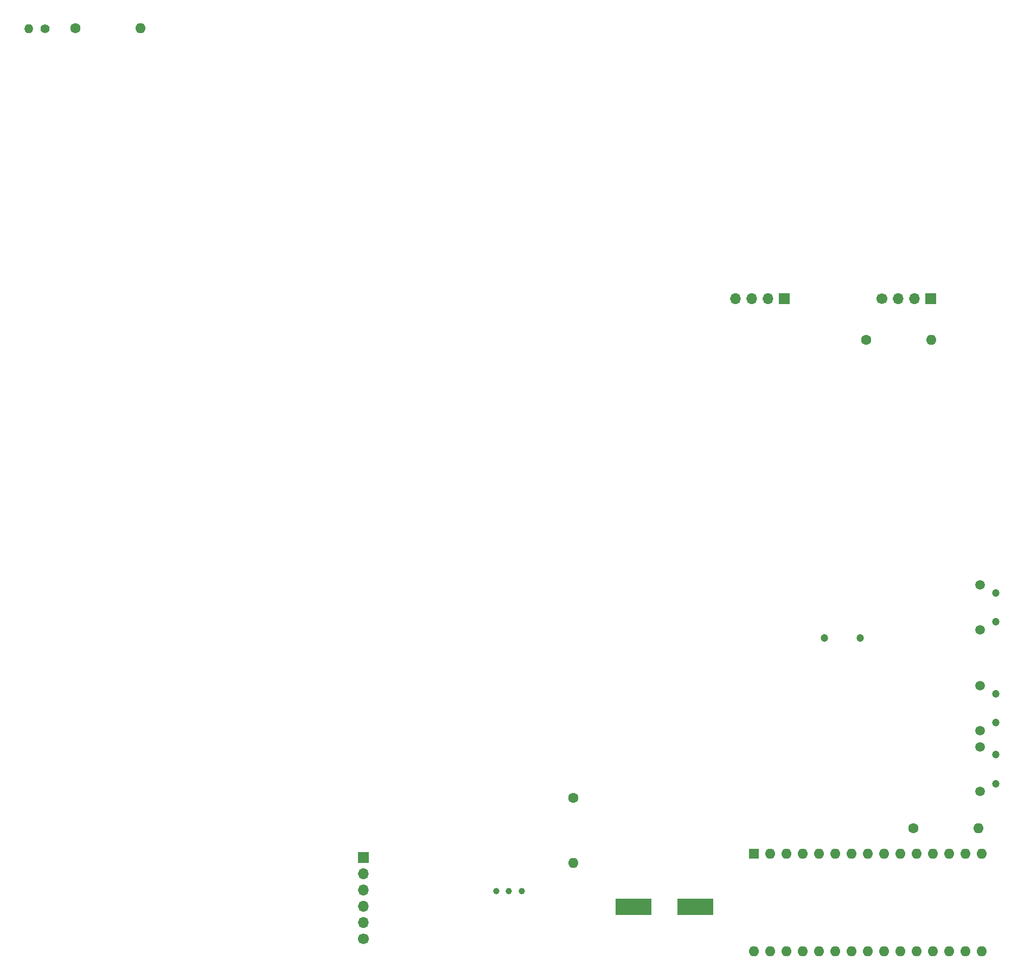
<source format=gbr>
%TF.GenerationSoftware,KiCad,Pcbnew,(5.1.10)-1*%
%TF.CreationDate,2021-09-15T07:53:10+09:00*%
%TF.ProjectId,hanClock,68616e43-6c6f-4636-9b2e-6b696361645f,rev?*%
%TF.SameCoordinates,Original*%
%TF.FileFunction,Soldermask,Bot*%
%TF.FilePolarity,Negative*%
%FSLAX46Y46*%
G04 Gerber Fmt 4.6, Leading zero omitted, Abs format (unit mm)*
G04 Created by KiCad (PCBNEW (5.1.10)-1) date 2021-09-15 07:53:10*
%MOMM*%
%LPD*%
G01*
G04 APERTURE LIST*
%ADD10O,1.600000X1.600000*%
%ADD11C,1.600000*%
%ADD12C,1.500000*%
%ADD13C,1.200000*%
%ADD14R,1.600000X1.600000*%
%ADD15R,5.700000X2.500000*%
%ADD16R,1.700000X1.700000*%
%ADD17O,1.700000X1.700000*%
%ADD18C,1.700000*%
%ADD19C,1.000000*%
%ADD20O,1.400000X1.400000*%
%ADD21C,1.400000*%
G04 APERTURE END LIST*
D10*
%TO.C,R14*%
X88300000Y-133860000D03*
D11*
X88300000Y-123700000D03*
%TD*%
D12*
%TO.C,SW3*%
X151750000Y-113250000D03*
X151750000Y-106250000D03*
D13*
X154250000Y-112000000D03*
X154250000Y-107500000D03*
%TD*%
D10*
%TO.C,A1*%
X152060000Y-147740000D03*
X152060000Y-132500000D03*
X116500000Y-147740000D03*
X149520000Y-132500000D03*
X119040000Y-147740000D03*
X146980000Y-132500000D03*
X121580000Y-147740000D03*
X144440000Y-132500000D03*
X124120000Y-147740000D03*
X141900000Y-132500000D03*
X126660000Y-147740000D03*
X139360000Y-132500000D03*
X129200000Y-147740000D03*
X136820000Y-132500000D03*
X131740000Y-147740000D03*
X134280000Y-132500000D03*
X134280000Y-147740000D03*
X131740000Y-132500000D03*
X136820000Y-147740000D03*
X129200000Y-132500000D03*
X139360000Y-147740000D03*
X126660000Y-132500000D03*
X141900000Y-147740000D03*
X124120000Y-132500000D03*
X144440000Y-147740000D03*
X121580000Y-132500000D03*
X146980000Y-147740000D03*
X119040000Y-132500000D03*
X149520000Y-147740000D03*
D14*
X116500000Y-132500000D03*
%TD*%
D15*
%TO.C,C35*%
X107350000Y-140716000D03*
X97650000Y-140716000D03*
%TD*%
D16*
%TO.C,J1*%
X144120000Y-45750000D03*
D17*
X141580000Y-45750000D03*
X139040000Y-45750000D03*
D18*
X136500000Y-45750000D03*
%TD*%
D19*
%TO.C,Q1*%
X76250000Y-138325000D03*
X78250000Y-138325000D03*
X80250000Y-138325000D03*
%TD*%
D12*
%TO.C,SW2*%
X151750000Y-122750000D03*
X151750000Y-115750000D03*
D13*
X154250000Y-121500000D03*
X154250000Y-117000000D03*
%TD*%
D16*
%TO.C,J2*%
X55500000Y-133050000D03*
D17*
X55500000Y-135590000D03*
X55500000Y-138130000D03*
X55500000Y-140670000D03*
X55500000Y-143210000D03*
D18*
X55500000Y-145750000D03*
%TD*%
D10*
%TO.C,R1*%
X151560000Y-128500000D03*
D11*
X141400000Y-128500000D03*
%TD*%
D10*
%TO.C,R2*%
X20760000Y-3500000D03*
D11*
X10600000Y-3500000D03*
%TD*%
D10*
%TO.C,R3*%
X144160000Y-52200000D03*
D11*
X134000000Y-52200000D03*
%TD*%
D13*
%TO.C,BZ1*%
X133050000Y-98750000D03*
X127450000Y-98750000D03*
%TD*%
D20*
%TO.C,R4*%
X3302000Y-3556000D03*
D21*
X5842000Y-3556000D03*
%TD*%
D12*
%TO.C,SW4*%
X151750000Y-97500000D03*
X151750000Y-90500000D03*
D13*
X154250000Y-96250000D03*
X154250000Y-91750000D03*
%TD*%
D17*
%TO.C,J3*%
X113630000Y-45750000D03*
X116170000Y-45750000D03*
X118710000Y-45750000D03*
D16*
X121250000Y-45750000D03*
%TD*%
M02*

</source>
